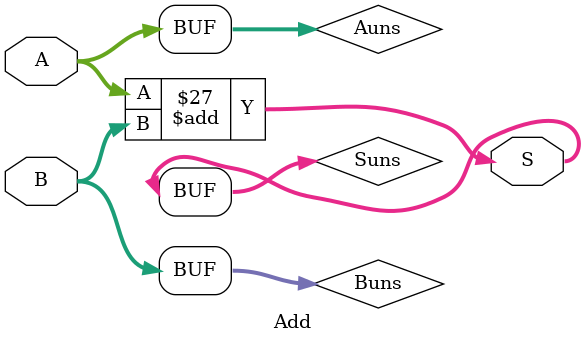
<source format=sv>

function automatic integer log2floor;
    input integer n;
    integer m;
    integer p;
    begin
        m = -1;
        p = 1;
        while (p <= n) begin
            m = m + 1;
            p = p * 2;
        end
        log2floor = m;
    end
endfunction


// Copyright 2024 ETH Zurich and University of Bologna.
// Solderpad Hardware License, Version 0.51, see LICENSE for details.
// SPDX-License-Identifier: SHL-0.51
//
// Based on the work by Reto Zimmermann 1998 - ETH Zürich
// Originally written in VHDL, available under: 
// https://iis-people.ee.ethz.ch/~zimmi/arith_lib.html#library
//
// Authors:
// - Thomas Benz <tbenz@iis.ee.ethz.ch>
// - Philippe Sauter <phsauter@iis.ee.ethz.ch>
// - Paul Scheffler <paulsc@iis.ee.ethz.ch>
//
// Description :
// Multiplier for signed numbers (Baugh-Wooley) using carry-save adder and
// final adder.

module MulSgn #(
	parameter int widthX = 8,  // word width of X (X <= Y)
	parameter int widthY = 8,  // word width of Y
	parameter int speed = 0  // performance parameter
) (
	input logic [widthX-1:0] X,  // multiplier
	input logic [widthY-1:0] Y,  // multiplicand
	output logic [widthX+widthY-1:0] P  // product
);

	logic [(widthX+2)*(widthX+widthY)-1:0] PP;  // partial products
	logic [widthX+widthY-1:0] ST, CT;  // intermediate sum/carry bits

	// Generation of partial products
	MulPPGenSgn #(
		.widthX(widthX),
		.widthY(widthY)
	) ppGen (
		.X (X),
		.Y (Y),
		.PP(PP)
	);

	// Carry-save addition of partial products
	AddMopCsv #(
		.width(widthX+widthY),
		.depth(widthX+2),
		.speed (speed)
	) csvAdd (
		.A(PP),
		.S(ST),
		.C(CT)
	);

	// Final carry-propagate addition
	Add #(
		.width(widthX + widthY),
		.speed(speed)
	) cpAdd (
		.A(ST),
		.B(CT),
		.S(P)
	);

endmodule



// module behavioural_MulSgn #(
// 	parameter int widthX = 8,  // word width of X (X <= Y)
// 	parameter int widthY = 8,  // word width of Y
// 	parameter int speed = 0  // performance parameter
// ) (
// 	input logic [widthX-1:0] X,  // multiplier
// 	input logic [widthY-1:0] Y,  // multiplicand
// 	output logic [widthX+widthY-1:0] P  // product
// );
// 	assign P = signed'(X) * signed'(Y);
// endmodule

module MulPPGenSgn #(
	parameter int widthX = 8,  // word width of X
	parameter int widthY = 8   // word width of Y
) (
	input logic [widthX-1:0] X,  // multiplier
	input logic [widthY-1:0] Y,  // multiplicand
	output logic [(widthX+2)*(widthX+widthY)-1:0] PP  // partial products
);

	localparam int unsigned widthP = widthX + widthY;  // width of single part. prod.

	always_comb begin
		logic [(widthX+2)*widthP-1:0] ppt;  // partial product vector

		// Initialize ppt to all zeros
		ppt = '0;

		// Generate partial products x(i)y(k)
		for (int i = 0; i < widthX-1; i++) begin
			for (int k = 0; k < widthY-1; k++) begin
				ppt[i*widthP+i+k] = X[i] & Y[k];
			end
			ppt[i*widthP+i+widthY-1] = ~X[i] & Y[widthY-1];
		end

		for (int k = 0; k < widthY-1; k++) begin
			ppt[(widthX-1)*widthP+(widthX-1)+k] = X[widthX-1] & ~Y[k];
		end
		ppt[(widthX-1)*widthP+(widthX-1)+widthY-1] = X[widthX-1] & Y[widthY-1];

		// Generate correction terms
		ppt[(widthX+1)*widthP-2] = ~X[widthX-1];
		ppt[widthX*widthP+widthX-1] = X[widthX-1];
		ppt[(widthX+2)*widthP-1] = 1'b1;
		ppt[(widthX+2)*widthP-2] = ~Y[widthY-1];
		ppt[(widthX+1)*widthP+widthY-1] = Y[widthY-1];

		// Assign output
		PP = ppt;
	end

endmodule

module Cpr #(
	parameter int              depth = 4,             // number of input bits
	parameter int speed = 0  // performance parameter
) (
	input  logic [depth-1:0] A,   // input bits
	input  logic [depth-4:0] CI,  // intermediate carries in
	output logic             S,   // sum out
	output logic             C,   // carry out
	output logic [depth-4:0] CO   // intermediate carries out
);

	logic [depth+2*(depth-2)-1:0] F;  // FIFO vector of internal signals
	logic [            depth-3:0] CIT, COT;  // temp. int. carries

	// put input bits to beginning of FIFO vector
	assign F[depth-1:0] = A;

	// temporary intermediate carries in
	assign CIT[depth-3:0] = {1'b0, CI[depth-4:0]};

	// compressor with linear structure
	if (speed == 0) begin : slowCpr
		// first full-adder
		FullAdder fa0 (
			.A (F[0]),
			.B (F[1]),
			.CI(F[2]),
			.S (F[depth]),
			.CO(COT[0])
		);

		// linear arrangement of full-adders
		for (genvar i = 1; i < depth-2; i++) begin : linear
			FullAdder fa (
				.A (F[i+2]),
				.B (CIT[i-1]),
				.CI(F[depth+(i-1)*2]),
				.S (F[depth+i*2]),
				.CO(COT[i])
			);
		end
	end  // compressor with tree structure
	else begin : fastCpr
		// tree arrangement of full-adders

		for (genvar i = 0; i < depth-2; i++) begin : tree
			// take inputs from beginning of FIFO vector
			// attach sum output to end of FIFO vector
			// put carry output to intermediate carry-out
			FullAdder fa (
				.A (F[i*3]),
				.B (F[i*3+1]),
				.CI(F[i*3+2]),
				.S (F[depth+i*2]),
				.CO(COT[i])
			);
			// attach intermediate carry-in to end of FIFO vector
			assign F[depth+i*2+1] = CIT[i];
		end
	end

	// intermediate carries out
	assign CO = COT[depth-4:0];

	// sum and carry out
	assign S  = F[3*depth-6];
	assign C  = COT[depth-3];

endmodule

module AddMopCsv #(
	parameter int              width = 8,             // word width
	parameter int              depth = 4,             // number of operands
	parameter int speed = 0  // performance parameter
) (
	input  logic [(depth*width)-1:0] A,  // operands
	output logic [        width-1:0] S,  // sum
	output logic [        width-1:0] C   // carry vector
);

	logic [      (depth*width)-1:0] AT;  // re-arranged inputs
	logic [(depth-3)*(width+1)-1:0] CI;  // intermediate carries
	logic [              width-1:0] CT;  // unshifted output carries

	// re-arrange input bits: group bits of same magnitude
	always_comb begin : swizzle
		for (int k = 0; k < depth; k++) begin
			for (int i = 0; i < width; i++) begin
				AT[i*depth+k] = A[k*width+i];
			end
		end
	end

	// set intermediate carries into first slice
	assign CI[depth-4:0] = 1'b0;

	// carry-save addition using (m,2) compressor bit-slices
	for (genvar i = 0; i < width; i++) begin : bits
		Cpr #(
			.depth(depth),
			.speed(speed)
		) slice (
			.A (AT[(i+1)*depth -1 : i*depth]),
			.CI(CI[(i+1)*(depth-3) -1 : i*(depth-3)]),
			.S (S[i]),
			.C (CT[i]),
			.CO(CI[(i+2)*(depth-3) -1 : (i+1)*(depth-3)])
		);
	end

	// shift left output carries by one position
	assign C = {CT[width-2:0], 1'b0};

endmodule

module PrefixAndOr #(
	parameter int              width = 8,             // word width
	parameter int speed = 0  // performance parameter
) (
	input  logic [width-1:0] GI,  // gen./prop. in
	input  logic [width-1:0] PI,  // gen./prop. in
	output logic [width-1:0] GO,  // gen./prop. out
	output logic [width-1:0] PO   // gen./prop. out
);

	// Constants
	localparam int n = width;  // prefix structure width
	localparam int m = $clog2(width);  // prefix structure depth

	// Sklansky parallel-prefix carry-lookahead structure
	if (speed == 2) begin : fastPrefix
		logic [(m+1)*n-1:0] GT, PT;  // gen./prop. temp
			assign GT[n-1:0] = GI;
			assign PT[n-1:0] = PI;
			for (genvar l = 1; l <= m; l++) begin : levels
				for (genvar k = 0; k < 2 ** (m - l); k++) begin : groups
					for (genvar i = 0; i < 2 ** (l - 1); i++) begin : bits
						// pass prop and gen to following nodes
						if ((k * 2 ** l + i) < n) begin : white
							assign GT[l*n+k*2**l+i] = GT[(l-1)*n+k*2**l+i];
							assign PT[l*n+k*2**l+i] = PT[(l-1)*n+k*2**l+i];
						end
						// calculate new propagate and generate
						if ((k * 2 ** l + 2 ** (l - 1) + i) < n) begin : black
							assign GT[l*n + k*2**l + 2**(l-1) + i] = 
												GT[(l-1)*n + k*2**l + 2**(l-1) + i]
											  | (  PT[(l-1)*n + k*2**l + 2**(l-1) + i]
												 & GT[(l-1)*n + k*2**l + 2**(l-1) - 1] );
							assign PT[l*n + k*2**l + 2**(l-1) + i] = 
													PT[(l-1)*n + k*2**l + 2**(l-1) + i]
												  & PT[(l-1)*n + k*2**l + 2**(l-1) - 1];
						end
					end
				end
			end
			assign GO = GT[(m+1)*n-1 : m*n];
			assign PO = PT[(m+1)*n-1 : m*n];
	end

	// Brent-Kung parallel-prefix carry-lookahead structure
	if (speed == 1) begin : mediumPrefix
		logic [(2*m)*n -1:0] GT, PT;  // gen./prop. temp
		assign GT[n-1:0] = GI;
		assign PT[n-1:0] = PI;

		for (genvar l = 1; l <= m; l++) begin : levels1
			for (genvar k = 0; k < 2**(m-l); k++) begin : groups
				for (genvar i = 0; i < 2**l -1; i++) begin : bits
					if ((k* 2**l +i) < n) begin : white
						assign GT[l*n + k* 2**l +i] = GT[(l-1)*n + k* 2**l +i];
						assign PT[l*n + k* 2**l +i] = PT[(l-1)*n + k* 2**l +i];
					end // white
				end // bits
				if ((k* 2**l + 2**l -1) < n) begin : black
					assign GT[l*n + k* 2**l + 2**l -1] =
								GT[(l-1)*n + k* 2**l + 2**l - 1] |
							  | (  PT[(l-1)*n + k* 2**l + 2**l     -1] 
							     & GT[(l-1)*n + k* 2**l + 2**(l-1) -1]);
					assign PT[l*n + k* 2**l + 2**l -1] =
								PT[(l-1)*n + k*2**l + 2**l     -1] 
							  & PT[(l-1)*n + k*2**l + 2**(l-1) -1];
				end // black
			end
		end // level1
		for (genvar l = m +1; l < 2*m; l++) begin : levels2
			for (genvar i = 0; i < 2**(2*m -l); i++) begin : bits
				if (i < n) begin : white
					assign GT[l*n +i] = GT[(l-1)*n +i];
					assign PT[l*n +i] = PT[(l-1)*n +i];
				end // white
			end // bits
			for (genvar k = 1; k < 2**(l-m); k++) begin : groups
				if (l < 2*m -1) begin : empty
					for (genvar i = 0; i < 2**(2*m -l -1) -1; i++) begin : bits
						if ((k* 2**(2*m -l) +i) < n) begin : white
							assign GT[l*n + k* 2**(2*m -l) +i] = GT[(l-1)*n + k* 2**(2*m -l) +i];
							assign PT[l*n + k* 2**(2*m -l) +i] = PT[(l-1)*n + k* 2**(2*m -l) +i];
						end // white
					end
				end // empty
				if ((k* 2**(2*m -l) + 2**(2*m -l -1) -1) < n) begin : black
					assign GT[l*n + k* 2**(2*m -l) + 2**(2*m -l-1) -1] = 
								GT[(l-1)*n + k* 2**(2*m-l) + 2**(2*m -l-1) -1]
							  | (  PT[(l-1)*n + k* 2**(2*m-l) + 2**(2*m-l-1) -1] 
								 & GT[(l-1)*n + k* 2**(2*m-l) -1] );
					assign PT[l*n + k* 2**(2*m -l) + 2**(2*m -l-1) -1] = 
								PT[(l-1)*n + k* 2**(2*m -l) + 2**(2*m -l-1) -1]
							  & PT[(l-1)*n + k* 2**(2*m -l) -1];
				end // black
				for (genvar i = 2**(2*m -l-1); i < 2**(2*m -l); i++) begin : bits
					if ((k* 2**(2*m -l) +i) < n) begin : white
						assign GT[l*n + k* 2**(2*m -l) +i] = GT[(l-1)*n + k* 2**(2*m -l) +i];
						assign PT[l*n + k* 2**(2*m -l) +i] = PT[(l-1)*n + k* 2**(2*m -l) +i];
					end // white
				end
			end
		end // level2
		assign GO = GT[2*m*n -1 : (2*m -1) * n];
		assign PO = PT[2*m*n -1 : (2*m -1) * n];
	end  // Serial-prefix carry-lookahead structure
	else if (speed == 0) begin : slowPrefix
		logic [n-1:0] GT, PT;  // gen./prop. temp
		assign GT[0] = GI[0];
		assign PT[0] = PI[0];
		
		for (genvar i = 1; i < n; i++) begin : bits
			assign GT[i] = GI[i] | (PI[i] & GT[i-1]);
			assign PT[i] = PI[i] & PT[i-1];
		end
		assign GO = GT;
		assign PO = PT;
	end

endmodule

module Add #(
	parameter int              width = 8,             // word width
	parameter int speed = 0  // performance parameter
) (
	input  logic [width-1:0] A,  // operands
	input  logic [width-1:0] B,
	output logic [width-1:0] S   // sum
);

	// Function: Binary adder using parallel-prefix carry-lookahead logic.

	logic [width-1:0] GI, PI;  // prefix gen./prop. in
	logic [width-1:0] GO, PO;  // prefix gen./prop. out
	logic [width-1:0] PT;  // adder propagate temp

	// Internal signals for unsigned operands
	logic [width-1:0] Auns, Buns, Suns;

	// default ripple-carry adder as slow implementation
	if (speed == 0) begin
		// type conversion: std_logic_vector -> unsigned
		assign Auns = A;
		assign Buns = B;

		// addition
		assign Suns = Auns + Buns;

		// type conversion: unsigned -> std_logic_vector
		assign S = Suns;
	end else begin
		// parallel-prefix adders as medium and fast implementations

		// calculate prefix input generate/propagate signals
		assign GI = A & B;
		assign PI = A | B;
		// calculate adder propagate signals (PT = A xor B)
		assign PT = ~GI & PI;

		// calculate prefix output generate/propagate signals
		PrefixAndOr #(
			.width(width),
			.speed(speed)
		) prefix (
			.GI(GI),
			.PI(PI),
			.GO(GO),
			.PO(PO)
		);

		// calculate sum bits
		assign S = PT ^ {GO[width-2:0], 1'b0};
	end
endmodule
</source>
